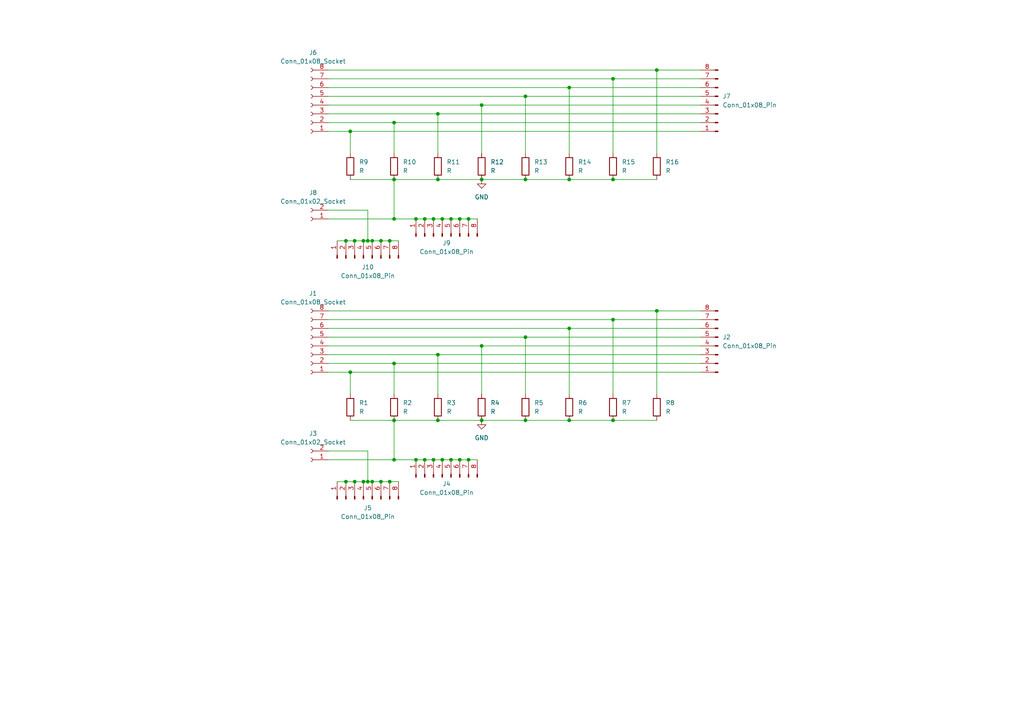
<source format=kicad_sch>
(kicad_sch (version 20231120) (generator "eeschema") (generator_version "8.0")
  (paper "A4")
  (lib_symbols
    (symbol "Connector:Conn_01x02_Socket" (pin_names (offset 1.016) hide)
      (property "Reference" "J" (at 0 2.54 0))
      (property "Value" "Conn_01x02_Socket" (at 0 -5.08 0))
      (symbol "Conn_01x02_Socket_1_1"
        (arc (start 0 -2.032) (mid -0.5058 -2.54) (end 0 -3.048) (stroke (width 0.1524)))
        (polyline (pts (xy -1.27 -2.54) (xy -0.508 -2.54)) (stroke (width 0.1524)))
        (polyline (pts (xy -1.27 0) (xy -0.508 0)) (stroke (width 0.1524)))
        (arc (start 0 0.508) (mid -0.5058 0) (end 0 -0.508) (stroke (width 0.1524)))
        (pin passive line (at -5.08 0 0) (length 3.81) (name "Pin_1") (number "1"))
        (pin passive line (at -5.08 -2.54 0) (length 3.81) (name "Pin_2") (number "2"))
      )
    )
    (symbol "Connector:Conn_01x08_Pin" (pin_names (offset 1.016) hide)
      (property "Reference" "J" (at 0 10.16 0))
      (property "Value" "Conn_01x08_Pin" (at 0 -12.7 0))
      (symbol "Conn_01x08_Pin_1_1"
        (polyline (pts (xy 1.27 -10.16) (xy 0.8636 -10.16)) (stroke (width 0.1524)))
        (polyline (pts (xy 1.27 -7.62) (xy 0.8636 -7.62)) (stroke (width 0.1524)))
        (polyline (pts (xy 1.27 -5.08) (xy 0.8636 -5.08)) (stroke (width 0.1524)))
        (polyline (pts (xy 1.27 -2.54) (xy 0.8636 -2.54)) (stroke (width 0.1524)))
        (polyline (pts (xy 1.27 0) (xy 0.8636 0)) (stroke (width 0.1524)))
        (polyline (pts (xy 1.27 2.54) (xy 0.8636 2.54)) (stroke (width 0.1524)))
        (polyline (pts (xy 1.27 5.08) (xy 0.8636 5.08)) (stroke (width 0.1524)))
        (polyline (pts (xy 1.27 7.62) (xy 0.8636 7.62)) (stroke (width 0.1524)))
        (rectangle (start 0.8636 -10.033) (end 0 -10.287) (stroke (width 0.1524)) (fill (type outline)))
        (rectangle (start 0.8636 -7.493) (end 0 -7.747) (stroke (width 0.1524)) (fill (type outline)))
        (rectangle (start 0.8636 -4.953) (end 0 -5.207) (stroke (width 0.1524)) (fill (type outline)))
        (rectangle (start 0.8636 -2.413) (end 0 -2.667) (stroke (width 0.1524)) (fill (type outline)))
        (rectangle (start 0.8636 0.127) (end 0 -0.127) (stroke (width 0.1524)) (fill (type outline)))
        (rectangle (start 0.8636 2.667) (end 0 2.413) (stroke (width 0.1524)) (fill (type outline)))
        (rectangle (start 0.8636 5.207) (end 0 4.953) (stroke (width 0.1524)) (fill (type outline)))
        (rectangle (start 0.8636 7.747) (end 0 7.493) (stroke (width 0.1524)) (fill (type outline)))
        (pin passive line (at 5.08 7.62 180) (length 3.81) (name "Pin_1") (number "1"))
        (pin passive line (at 5.08 5.08 180) (length 3.81) (name "Pin_2") (number "2"))
        (pin passive line (at 5.08 2.54 180) (length 3.81) (name "Pin_3") (number "3"))
        (pin passive line (at 5.08 0 180) (length 3.81) (name "Pin_4") (number "4"))
        (pin passive line (at 5.08 -2.54 180) (length 3.81) (name "Pin_5") (number "5"))
        (pin passive line (at 5.08 -5.08 180) (length 3.81) (name "Pin_6") (number "6"))
        (pin passive line (at 5.08 -7.62 180) (length 3.81) (name "Pin_7") (number "7"))
        (pin passive line (at 5.08 -10.16 180) (length 3.81) (name "Pin_8") (number "8"))
      )
    )
    (symbol "Connector:Conn_01x08_Socket" (pin_names (offset 1.016) hide)
      (property "Reference" "J" (at 0 10.16 0))
      (property "Value" "Conn_01x08_Socket" (at 0 -12.7 0))
      (symbol "Conn_01x08_Socket_1_1"
        (arc (start 0 -9.652) (mid -0.5058 -10.16) (end 0 -10.668) (stroke (width 0.1524)))
        (arc (start 0 -7.112) (mid -0.5058 -7.62) (end 0 -8.128) (stroke (width 0.1524)))
        (arc (start 0 -4.572) (mid -0.5058 -5.08) (end 0 -5.588) (stroke (width 0.1524)))
        (arc (start 0 -2.032) (mid -0.5058 -2.54) (end 0 -3.048) (stroke (width 0.1524)))
        (polyline (pts (xy -1.27 -10.16) (xy -0.508 -10.16)) (stroke (width 0.1524)))
        (polyline (pts (xy -1.27 -7.62) (xy -0.508 -7.62)) (stroke (width 0.1524)))
        (polyline (pts (xy -1.27 -5.08) (xy -0.508 -5.08)) (stroke (width 0.1524)))
        (polyline (pts (xy -1.27 -2.54) (xy -0.508 -2.54)) (stroke (width 0.1524)))
        (polyline (pts (xy -1.27 0) (xy -0.508 0)) (stroke (width 0.1524)))
        (polyline (pts (xy -1.27 2.54) (xy -0.508 2.54)) (stroke (width 0.1524)))
        (polyline (pts (xy -1.27 5.08) (xy -0.508 5.08)) (stroke (width 0.1524)))
        (polyline (pts (xy -1.27 7.62) (xy -0.508 7.62)) (stroke (width 0.1524)))
        (arc (start 0 0.508) (mid -0.5058 0) (end 0 -0.508) (stroke (width 0.1524)))
        (arc (start 0 3.048) (mid -0.5058 2.54) (end 0 2.032) (stroke (width 0.1524)))
        (arc (start 0 5.588) (mid -0.5058 5.08) (end 0 4.572) (stroke (width 0.1524)))
        (arc (start 0 8.128) (mid -0.5058 7.62) (end 0 7.112) (stroke (width 0.1524)))
        (pin passive line (at -5.08 7.62 0) (length 3.81) (name "Pin_1") (number "1"))
        (pin passive line (at -5.08 5.08 0) (length 3.81) (name "Pin_2") (number "2"))
        (pin passive line (at -5.08 2.54 0) (length 3.81) (name "Pin_3") (number "3"))
        (pin passive line (at -5.08 0 0) (length 3.81) (name "Pin_4") (number "4"))
        (pin passive line (at -5.08 -2.54 0) (length 3.81) (name "Pin_5") (number "5"))
        (pin passive line (at -5.08 -5.08 0) (length 3.81) (name "Pin_6") (number "6"))
        (pin passive line (at -5.08 -7.62 0) (length 3.81) (name "Pin_7") (number "7"))
        (pin passive line (at -5.08 -10.16 0) (length 3.81) (name "Pin_8") (number "8"))
      )
    )
    (symbol "Device:R" (pin_numbers hide) (pin_names (offset 0))
      (property "Reference" "R" (at 2.032 0 90))
      (property "Value" "R" (at 0 0 90))
      (symbol "R_0_1"
        (rectangle (start -1.016 -2.54) (end 1.016 2.54) (stroke (width 0.254)))
      )
      (symbol "R_1_1"
        (pin passive line (at 0 3.81 270) (length 1.27) (name "~") (number "1"))
        (pin passive line (at 0 -3.81 90) (length 1.27) (name "~") (number "2"))
      )
    )
    (symbol "power:GND" (power) (pin_numbers hide) (pin_names (offset 0) hide)
      (property "Value" "GND" (at 0 -3.81 0))
      (symbol "GND_0_1"
        (polyline (pts (xy 0 0) (xy 0 -1.27) (xy 1.27 -1.27) (xy 0 -2.54) (xy -1.27 -1.27) (xy 0 -1.27)))
      )
      (symbol "GND_1_1"
        (pin power_in line (at 0 0 270) (length 0) (name "~") (number "1"))
      )
    )
  )
  (junction (at 113.03 69.85))
  (junction (at 165.1 121.92))
  (junction (at 101.6 107.95))
  (junction (at 133.35 133.35))
  (junction (at 190.5 90.17))
  (junction (at 128.27 133.35))
  (junction (at 177.8 92.71))
  (junction (at 130.81 63.5))
  (junction (at 152.4 52.07))
  (junction (at 100.33 139.7))
  (junction (at 125.73 133.35))
  (junction (at 102.87 139.7))
  (junction (at 152.4 121.92))
  (junction (at 127 52.07))
  (junction (at 139.7 121.92))
  (junction (at 105.41 139.7))
  (junction (at 135.89 63.5))
  (junction (at 165.1 25.4))
  (junction (at 113.03 139.7))
  (junction (at 106.68 139.7))
  (junction (at 110.49 139.7))
  (junction (at 114.3 121.92))
  (junction (at 177.8 52.07))
  (junction (at 101.6 38.1))
  (junction (at 139.7 100.33))
  (junction (at 165.1 52.07))
  (junction (at 165.1 95.25))
  (junction (at 177.8 121.92))
  (junction (at 107.95 69.85))
  (junction (at 123.19 133.35))
  (junction (at 152.4 27.94))
  (junction (at 127 121.92))
  (junction (at 139.7 52.07))
  (junction (at 114.3 105.41))
  (junction (at 100.33 69.85))
  (junction (at 120.65 63.5))
  (junction (at 114.3 63.5))
  (junction (at 127 102.87))
  (junction (at 107.95 139.7))
  (junction (at 133.35 63.5))
  (junction (at 105.41 69.85))
  (junction (at 127 33.02))
  (junction (at 135.89 133.35))
  (junction (at 128.27 63.5))
  (junction (at 106.68 69.85))
  (junction (at 102.87 69.85))
  (junction (at 177.8 22.86))
  (junction (at 152.4 97.79))
  (junction (at 120.65 133.35))
  (junction (at 130.81 133.35))
  (junction (at 125.73 63.5))
  (junction (at 190.5 20.32))
  (junction (at 123.19 63.5))
  (junction (at 114.3 52.07))
  (junction (at 139.7 30.48))
  (junction (at 110.49 69.85))
  (junction (at 114.3 133.35))
  (junction (at 114.3 35.56))
  (wire (pts (xy 127 52.07) (xy 139.7 52.07)))
  (wire (pts (xy 114.3 105.41) (xy 203.2 105.41)))
  (wire (pts (xy 139.7 44.45) (xy 139.7 30.48)))
  (wire (pts (xy 95.25 63.5) (xy 114.3 63.5)))
  (wire (pts (xy 130.81 133.35) (xy 133.35 133.35)))
  (wire (pts (xy 120.65 133.35) (xy 123.19 133.35)))
  (wire (pts (xy 123.19 63.5) (xy 125.73 63.5)))
  (wire (pts (xy 95.25 60.96) (xy 106.68 60.96)))
  (wire (pts (xy 105.41 69.85) (xy 106.68 69.85)))
  (wire (pts (xy 100.33 69.85) (xy 102.87 69.85)))
  (wire (pts (xy 95.25 33.02) (xy 127 33.02)))
  (wire (pts (xy 152.4 97.79) (xy 203.2 97.79)))
  (wire (pts (xy 95.25 27.94) (xy 152.4 27.94)))
  (wire (pts (xy 177.8 92.71) (xy 177.8 114.3)))
  (wire (pts (xy 152.4 52.07) (xy 165.1 52.07)))
  (wire (pts (xy 95.25 20.32) (xy 190.5 20.32)))
  (wire (pts (xy 190.5 90.17) (xy 190.5 114.3)))
  (wire (pts (xy 110.49 69.85) (xy 113.03 69.85)))
  (wire (pts (xy 97.79 139.7) (xy 100.33 139.7)))
  (wire (pts (xy 165.1 121.92) (xy 177.8 121.92)))
  (wire (pts (xy 139.7 114.3) (xy 139.7 100.33)))
  (wire (pts (xy 133.35 133.35) (xy 135.89 133.35)))
  (wire (pts (xy 95.25 90.17) (xy 190.5 90.17)))
  (wire (pts (xy 114.3 35.56) (xy 203.2 35.56)))
  (wire (pts (xy 101.6 38.1) (xy 101.6 44.45)))
  (wire (pts (xy 165.1 95.25) (xy 203.2 95.25)))
  (wire (pts (xy 133.35 63.5) (xy 135.89 63.5)))
  (wire (pts (xy 95.25 22.86) (xy 177.8 22.86)))
  (wire (pts (xy 114.3 63.5) (xy 120.65 63.5)))
  (wire (pts (xy 135.89 133.35) (xy 138.43 133.35)))
  (wire (pts (xy 106.68 60.96) (xy 106.68 69.85)))
  (wire (pts (xy 123.19 133.35) (xy 125.73 133.35)))
  (wire (pts (xy 106.68 130.81) (xy 106.68 139.7)))
  (wire (pts (xy 165.1 52.07) (xy 177.8 52.07)))
  (wire (pts (xy 139.7 30.48) (xy 203.2 30.48)))
  (wire (pts (xy 165.1 95.25) (xy 165.1 114.3)))
  (wire (pts (xy 101.6 38.1) (xy 203.2 38.1)))
  (wire (pts (xy 139.7 100.33) (xy 203.2 100.33)))
  (wire (pts (xy 113.03 69.85) (xy 115.57 69.85)))
  (wire (pts (xy 125.73 133.35) (xy 128.27 133.35)))
  (wire (pts (xy 177.8 121.92) (xy 190.5 121.92)))
  (wire (pts (xy 152.4 121.92) (xy 165.1 121.92)))
  (wire (pts (xy 130.81 63.5) (xy 133.35 63.5)))
  (wire (pts (xy 165.1 25.4) (xy 165.1 44.45)))
  (wire (pts (xy 152.4 27.94) (xy 152.4 44.45)))
  (wire (pts (xy 95.25 100.33) (xy 139.7 100.33)))
  (wire (pts (xy 177.8 22.86) (xy 203.2 22.86)))
  (wire (pts (xy 95.25 130.81) (xy 106.68 130.81)))
  (wire (pts (xy 114.3 133.35) (xy 120.65 133.35)))
  (wire (pts (xy 107.95 69.85) (xy 110.49 69.85)))
  (wire (pts (xy 114.3 52.07) (xy 127 52.07)))
  (wire (pts (xy 127 33.02) (xy 203.2 33.02)))
  (wire (pts (xy 95.25 97.79) (xy 152.4 97.79)))
  (wire (pts (xy 102.87 69.85) (xy 105.41 69.85)))
  (wire (pts (xy 95.25 95.25) (xy 165.1 95.25)))
  (wire (pts (xy 127 102.87) (xy 127 114.3)))
  (wire (pts (xy 106.68 139.7) (xy 107.95 139.7)))
  (wire (pts (xy 102.87 139.7) (xy 105.41 139.7)))
  (wire (pts (xy 177.8 52.07) (xy 190.5 52.07)))
  (wire (pts (xy 97.79 69.85) (xy 100.33 69.85)))
  (wire (pts (xy 114.3 35.56) (xy 114.3 44.45)))
  (wire (pts (xy 139.7 121.92) (xy 152.4 121.92)))
  (wire (pts (xy 190.5 20.32) (xy 203.2 20.32)))
  (wire (pts (xy 110.49 139.7) (xy 113.03 139.7)))
  (wire (pts (xy 95.25 25.4) (xy 165.1 25.4)))
  (wire (pts (xy 95.25 35.56) (xy 114.3 35.56)))
  (wire (pts (xy 101.6 121.92) (xy 114.3 121.92)))
  (wire (pts (xy 120.65 63.5) (xy 123.19 63.5)))
  (wire (pts (xy 114.3 63.5) (xy 114.3 52.07)))
  (wire (pts (xy 128.27 63.5) (xy 130.81 63.5)))
  (wire (pts (xy 106.68 69.85) (xy 107.95 69.85)))
  (wire (pts (xy 100.33 139.7) (xy 102.87 139.7)))
  (wire (pts (xy 177.8 92.71) (xy 203.2 92.71)))
  (wire (pts (xy 190.5 20.32) (xy 190.5 44.45)))
  (wire (pts (xy 165.1 25.4) (xy 203.2 25.4)))
  (wire (pts (xy 152.4 27.94) (xy 203.2 27.94)))
  (wire (pts (xy 190.5 90.17) (xy 203.2 90.17)))
  (wire (pts (xy 105.41 139.7) (xy 106.68 139.7)))
  (wire (pts (xy 95.25 133.35) (xy 114.3 133.35)))
  (wire (pts (xy 101.6 107.95) (xy 203.2 107.95)))
  (wire (pts (xy 114.3 133.35) (xy 114.3 121.92)))
  (wire (pts (xy 101.6 52.07) (xy 114.3 52.07)))
  (wire (pts (xy 113.03 139.7) (xy 115.57 139.7)))
  (wire (pts (xy 127 33.02) (xy 127 44.45)))
  (wire (pts (xy 127 102.87) (xy 203.2 102.87)))
  (wire (pts (xy 152.4 97.79) (xy 152.4 114.3)))
  (wire (pts (xy 101.6 107.95) (xy 101.6 114.3)))
  (wire (pts (xy 95.25 107.95) (xy 101.6 107.95)))
  (wire (pts (xy 139.7 52.07) (xy 152.4 52.07)))
  (wire (pts (xy 135.89 63.5) (xy 138.43 63.5)))
  (wire (pts (xy 107.95 139.7) (xy 110.49 139.7)))
  (wire (pts (xy 125.73 63.5) (xy 128.27 63.5)))
  (wire (pts (xy 114.3 105.41) (xy 114.3 114.3)))
  (wire (pts (xy 95.25 38.1) (xy 101.6 38.1)))
  (wire (pts (xy 95.25 102.87) (xy 127 102.87)))
  (wire (pts (xy 177.8 22.86) (xy 177.8 44.45)))
  (wire (pts (xy 95.25 92.71) (xy 177.8 92.71)))
  (wire (pts (xy 95.25 30.48) (xy 139.7 30.48)))
  (wire (pts (xy 128.27 133.35) (xy 130.81 133.35)))
  (wire (pts (xy 95.25 105.41) (xy 114.3 105.41)))
  (wire (pts (xy 127 121.92) (xy 139.7 121.92)))
  (wire (pts (xy 114.3 121.92) (xy 127 121.92)))
  (symbol (lib_id "Connector:Conn_01x08_Pin") (at 208.28 30.48 180) (unit 1)
    (property "Reference" "J7" (at 209.55 27.9399 0) (effects (justify right)))
    (property "Value" "Conn_01x08_Pin" (at 209.55 30.4799 0) (effects (justify right)))
    (property "Footprint" "Connector_PinHeader_2.54mm:PinHeader_1x08_P2.54mm_Vertical" (effects (hide yes)))
    (property "Description" "Generic connector, single row, 01x08, script generated" (effects (hide yes)))
  )
  (symbol (lib_id "Connector:Conn_01x08_Pin") (at 208.28 100.33 180) (unit 1)
    (property "Reference" "J2" (at 209.55 97.7899 0) (effects (justify right)))
    (property "Value" "Conn_01x08_Pin" (at 209.55 100.3299 0) (effects (justify right)))
    (property "Footprint" "Connector_PinHeader_2.54mm:PinHeader_1x08_P2.54mm_Vertical" (effects (hide yes)))
    (property "Description" "Generic connector, single row, 01x08, script generated" (effects (hide yes)))
  )
  (symbol (lib_id "Device:R") (at 177.8 48.26 0) (unit 1)
    (property "Reference" "R15" (at 180.34 46.9899 0) (effects (justify left)))
    (property "Value" "R" (at 180.34 49.5299 0) (effects (justify left)))
    (property "Footprint" "stem_piano_footprints:R_0805_2012_1.20x1.40mm_medpad" (effects (hide yes)))
    (property "Description" "Resistor" (effects (hide yes)))
  )
  (symbol (lib_id "Connector:Conn_01x02_Socket") (at 90.17 63.5 180) (unit 1)
    (property "Reference" "J8" (at 90.805 55.88 0))
    (property "Value" "Conn_01x02_Socket" (at 90.805 58.42 0))
    (property "Footprint" "Connector_PinSocket_2.54mm:PinSocket_1x02_P2.54mm_Vertical" (effects (hide yes)))
    (property "Description" "Generic connector, single row, 01x02, script generated" (effects (hide yes)))
  )
  (symbol (lib_id "Device:R") (at 152.4 48.26 0) (unit 1)
    (property "Reference" "R13" (at 154.94 46.9899 0) (effects (justify left)))
    (property "Value" "R" (at 154.94 49.5299 0) (effects (justify left)))
    (property "Footprint" "stem_piano_footprints:R_0805_2012_1.20x1.40mm_medpad" (effects (hide yes)))
    (property "Description" "Resistor" (effects (hide yes)))
  )
  (symbol (lib_id "Device:R") (at 114.3 118.11 0) (unit 1)
    (property "Reference" "R2" (at 116.84 116.8399 0) (effects (justify left)))
    (property "Value" "R" (at 116.84 119.3799 0) (effects (justify left)))
    (property "Footprint" "stem_piano_footprints:R_0805_2012_1.20x1.40mm_medpad" (effects (hide yes)))
    (property "Description" "Resistor" (effects (hide yes)))
  )
  (symbol (lib_id "Device:R") (at 165.1 118.11 0) (unit 1)
    (property "Reference" "R6" (at 167.64 116.8399 0) (effects (justify left)))
    (property "Value" "R" (at 167.64 119.3799 0) (effects (justify left)))
    (property "Footprint" "stem_piano_footprints:R_0805_2012_1.20x1.40mm_medpad" (effects (hide yes)))
    (property "Description" "Resistor" (effects (hide yes)))
  )
  (symbol (lib_id "Device:R") (at 114.3 48.26 0) (unit 1)
    (property "Reference" "R10" (at 116.84 46.9899 0) (effects (justify left)))
    (property "Value" "R" (at 116.84 49.5299 0) (effects (justify left)))
    (property "Footprint" "stem_piano_footprints:R_0805_2012_1.20x1.40mm_medpad" (effects (hide yes)))
    (property "Description" "Resistor" (effects (hide yes)))
  )
  (symbol (lib_id "Connector:Conn_01x08_Socket") (at 90.17 30.48 180) (unit 1)
    (property "Reference" "J6" (at 90.805 15.24 0))
    (property "Value" "Conn_01x08_Socket" (at 90.805 17.78 0))
    (property "Footprint" "Connector_PinSocket_2.54mm:PinSocket_1x08_P2.54mm_Vertical" (effects (hide yes)))
    (property "Description" "Generic connector, single row, 01x08, script generated" (effects (hide yes)))
  )
  (symbol (lib_id "Device:R") (at 127 118.11 0) (unit 1)
    (property "Reference" "R3" (at 129.54 116.8399 0) (effects (justify left)))
    (property "Value" "R" (at 129.54 119.3799 0) (effects (justify left)))
    (property "Footprint" "stem_piano_footprints:R_0805_2012_1.20x1.40mm_medpad" (effects (hide yes)))
    (property "Description" "Resistor" (effects (hide yes)))
  )
  (symbol (lib_id "Device:R") (at 190.5 118.11 0) (unit 1)
    (property "Reference" "R8" (at 193.04 116.8399 0) (effects (justify left)))
    (property "Value" "R" (at 193.04 119.3799 0) (effects (justify left)))
    (property "Footprint" "stem_piano_footprints:R_0805_2012_1.20x1.40mm_medpad" (effects (hide yes)))
    (property "Description" "Resistor" (effects (hide yes)))
  )
  (symbol (lib_id "Device:R") (at 190.5 48.26 0) (unit 1)
    (property "Reference" "R16" (at 193.04 46.9899 0) (effects (justify left)))
    (property "Value" "R" (at 193.04 49.5299 0) (effects (justify left)))
    (property "Footprint" "stem_piano_footprints:R_0805_2012_1.20x1.40mm_medpad" (effects (hide yes)))
    (property "Description" "Resistor" (effects (hide yes)))
  )
  (symbol (lib_id "Device:R") (at 101.6 118.11 0) (unit 1)
    (property "Reference" "R1" (at 104.14 116.8399 0) (effects (justify left)))
    (property "Value" "R" (at 104.14 119.3799 0) (effects (justify left)))
    (property "Footprint" "stem_piano_footprints:R_0805_2012_1.20x1.40mm_medpad" (effects (hide yes)))
    (property "Description" "Resistor" (effects (hide yes)))
  )
  (symbol (lib_id "Device:R") (at 139.7 118.11 0) (unit 1)
    (property "Reference" "R4" (at 142.24 116.8399 0) (effects (justify left)))
    (property "Value" "R" (at 142.24 119.3799 0) (effects (justify left)))
    (property "Footprint" "stem_piano_footprints:R_0805_2012_1.20x1.40mm_medpad" (effects (hide yes)))
    (property "Description" "Resistor" (effects (hide yes)))
  )
  (symbol (lib_id "Connector:Conn_01x08_Pin") (at 128.27 68.58 90) (unit 1)
    (property "Reference" "J9" (at 129.54 70.485 90))
    (property "Value" "Conn_01x08_Pin" (at 129.54 73.025 90))
    (property "Footprint" "Connector_PinHeader_2.54mm:PinHeader_1x08_P2.54mm_Vertical" (effects (hide yes)))
    (property "Description" "Generic connector, single row, 01x08, script generated" (effects (hide yes)))
  )
  (symbol (lib_id "Connector:Conn_01x02_Socket") (at 90.17 133.35 180) (unit 1)
    (property "Reference" "J3" (at 90.805 125.73 0))
    (property "Value" "Conn_01x02_Socket" (at 90.805 128.27 0))
    (property "Footprint" "Connector_PinSocket_2.54mm:PinSocket_1x02_P2.54mm_Vertical" (effects (hide yes)))
    (property "Description" "Generic connector, single row, 01x02, script generated" (effects (hide yes)))
  )
  (symbol (lib_id "Device:R") (at 177.8 118.11 0) (unit 1)
    (property "Reference" "R7" (at 180.34 116.8399 0) (effects (justify left)))
    (property "Value" "R" (at 180.34 119.3799 0) (effects (justify left)))
    (property "Footprint" "stem_piano_footprints:R_0805_2012_1.20x1.40mm_medpad" (effects (hide yes)))
    (property "Description" "Resistor" (effects (hide yes)))
  )
  (symbol (lib_id "Connector:Conn_01x08_Socket") (at 90.17 100.33 180) (unit 1)
    (property "Reference" "J1" (at 90.805 85.09 0))
    (property "Value" "Conn_01x08_Socket" (at 90.805 87.63 0))
    (property "Footprint" "Connector_PinSocket_2.54mm:PinSocket_1x08_P2.54mm_Vertical" (effects (hide yes)))
    (property "Description" "Generic connector, single row, 01x08, script generated" (effects (hide yes)))
  )
  (symbol (lib_id "Connector:Conn_01x08_Pin") (at 105.41 74.93 90) (unit 1)
    (property "Reference" "J10" (at 106.68 77.47 90))
    (property "Value" "Conn_01x08_Pin" (at 106.68 80.01 90))
    (property "Footprint" "Connector_PinHeader_2.54mm:PinHeader_1x08_P2.54mm_Vertical" (effects (hide yes)))
    (property "Description" "Generic connector, single row, 01x08, script generated" (effects (hide yes)))
  )
  (symbol (lib_id "Connector:Conn_01x08_Pin") (at 105.41 144.78 90) (unit 1)
    (property "Reference" "J5" (at 106.68 147.32 90))
    (property "Value" "Conn_01x08_Pin" (at 106.68 149.86 90))
    (property "Footprint" "Connector_PinHeader_2.54mm:PinHeader_1x08_P2.54mm_Vertical" (effects (hide yes)))
    (property "Description" "Generic connector, single row, 01x08, script generated" (effects (hide yes)))
  )
  (symbol (lib_id "Device:R") (at 101.6 48.26 0) (unit 1)
    (property "Reference" "R9" (at 104.14 46.9899 0) (effects (justify left)))
    (property "Value" "R" (at 104.14 49.5299 0) (effects (justify left)))
    (property "Footprint" "stem_piano_footprints:R_0805_2012_1.20x1.40mm_medpad" (effects (hide yes)))
    (property "Description" "Resistor" (effects (hide yes)))
  )
  (symbol (lib_id "Device:R") (at 165.1 48.26 0) (unit 1)
    (property "Reference" "R14" (at 167.64 46.9899 0) (effects (justify left)))
    (property "Value" "R" (at 167.64 49.5299 0) (effects (justify left)))
    (property "Footprint" "stem_piano_footprints:R_0805_2012_1.20x1.40mm_medpad" (effects (hide yes)))
    (property "Description" "Resistor" (effects (hide yes)))
  )
  (symbol (lib_id "Device:R") (at 139.7 48.26 0) (unit 1)
    (property "Reference" "R12" (at 142.24 46.9899 0) (effects (justify left)))
    (property "Value" "R" (at 142.24 49.5299 0) (effects (justify left)))
    (property "Footprint" "stem_piano_footprints:R_0805_2012_1.20x1.40mm_medpad" (effects (hide yes)))
    (property "Description" "Resistor" (effects (hide yes)))
  )
  (symbol (lib_id "Device:R") (at 152.4 118.11 0) (unit 1)
    (property "Reference" "R5" (at 154.94 116.8399 0) (effects (justify left)))
    (property "Value" "R" (at 154.94 119.3799 0) (effects (justify left)))
    (property "Footprint" "stem_piano_footprints:R_0805_2012_1.20x1.40mm_medpad" (effects (hide yes)))
    (property "Description" "Resistor" (effects (hide yes)))
  )
  (symbol (lib_id "power:GND") (at 139.7 52.07 0) (unit 1)
    (property "Reference" "#PWR01" (effects (hide yes)))
    (property "Value" "GND" (at 139.7 57.15 0))
    (property "Description" "Power symbol creates a global label with name \"GND\" , ground" (effects (hide yes)))
  )
  (symbol (lib_id "Device:R") (at 127 48.26 0) (unit 1)
    (property "Reference" "R11" (at 129.54 46.9899 0) (effects (justify left)))
    (property "Value" "R" (at 129.54 49.5299 0) (effects (justify left)))
    (property "Footprint" "stem_piano_footprints:R_0805_2012_1.20x1.40mm_medpad" (effects (hide yes)))
    (property "Description" "Resistor" (effects (hide yes)))
  )
  (symbol (lib_id "power:GND") (at 139.7 121.92 0) (unit 1)
    (property "Reference" "#PWR02" (effects (hide yes)))
    (property "Value" "GND" (at 139.7 127 0))
    (property "Description" "Power symbol creates a global label with name \"GND\" , ground" (effects (hide yes)))
  )
  (symbol (lib_id "Connector:Conn_01x08_Pin") (at 128.27 138.43 90) (unit 1)
    (property "Reference" "J4" (at 129.54 140.335 90))
    (property "Value" "Conn_01x08_Pin" (at 129.54 142.875 90))
    (property "Footprint" "Connector_PinHeader_2.54mm:PinHeader_1x08_P2.54mm_Vertical" (effects (hide yes)))
    (property "Description" "Generic connector, single row, 01x08, script generated" (effects (hide yes)))
  )
)
</source>
